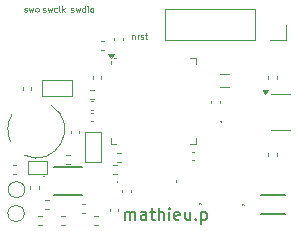
<source format=gbr>
%TF.GenerationSoftware,KiCad,Pcbnew,8.0.5*%
%TF.CreationDate,2024-11-08T04:09:33+01:00*%
%TF.ProjectId,hardware v4 pro max,68617264-7761-4726-9520-76342070726f,rev?*%
%TF.SameCoordinates,Original*%
%TF.FileFunction,Legend,Top*%
%TF.FilePolarity,Positive*%
%FSLAX46Y46*%
G04 Gerber Fmt 4.6, Leading zero omitted, Abs format (unit mm)*
G04 Created by KiCad (PCBNEW 8.0.5) date 2024-11-08 04:09:33*
%MOMM*%
%LPD*%
G01*
G04 APERTURE LIST*
%ADD10C,0.200000*%
%ADD11C,0.100000*%
%ADD12C,0.120000*%
%ADD13C,0.152400*%
%ADD14C,0.050000*%
G04 APERTURE END LIST*
D10*
X136299673Y-109487219D02*
X136299673Y-108820552D01*
X136299673Y-108915790D02*
X136347292Y-108868171D01*
X136347292Y-108868171D02*
X136442530Y-108820552D01*
X136442530Y-108820552D02*
X136585387Y-108820552D01*
X136585387Y-108820552D02*
X136680625Y-108868171D01*
X136680625Y-108868171D02*
X136728244Y-108963409D01*
X136728244Y-108963409D02*
X136728244Y-109487219D01*
X136728244Y-108963409D02*
X136775863Y-108868171D01*
X136775863Y-108868171D02*
X136871101Y-108820552D01*
X136871101Y-108820552D02*
X137013958Y-108820552D01*
X137013958Y-108820552D02*
X137109197Y-108868171D01*
X137109197Y-108868171D02*
X137156816Y-108963409D01*
X137156816Y-108963409D02*
X137156816Y-109487219D01*
X138061577Y-109487219D02*
X138061577Y-108963409D01*
X138061577Y-108963409D02*
X138013958Y-108868171D01*
X138013958Y-108868171D02*
X137918720Y-108820552D01*
X137918720Y-108820552D02*
X137728244Y-108820552D01*
X137728244Y-108820552D02*
X137633006Y-108868171D01*
X138061577Y-109439600D02*
X137966339Y-109487219D01*
X137966339Y-109487219D02*
X137728244Y-109487219D01*
X137728244Y-109487219D02*
X137633006Y-109439600D01*
X137633006Y-109439600D02*
X137585387Y-109344361D01*
X137585387Y-109344361D02*
X137585387Y-109249123D01*
X137585387Y-109249123D02*
X137633006Y-109153885D01*
X137633006Y-109153885D02*
X137728244Y-109106266D01*
X137728244Y-109106266D02*
X137966339Y-109106266D01*
X137966339Y-109106266D02*
X138061577Y-109058647D01*
X138394911Y-108820552D02*
X138775863Y-108820552D01*
X138537768Y-108487219D02*
X138537768Y-109344361D01*
X138537768Y-109344361D02*
X138585387Y-109439600D01*
X138585387Y-109439600D02*
X138680625Y-109487219D01*
X138680625Y-109487219D02*
X138775863Y-109487219D01*
X139109197Y-109487219D02*
X139109197Y-108487219D01*
X139537768Y-109487219D02*
X139537768Y-108963409D01*
X139537768Y-108963409D02*
X139490149Y-108868171D01*
X139490149Y-108868171D02*
X139394911Y-108820552D01*
X139394911Y-108820552D02*
X139252054Y-108820552D01*
X139252054Y-108820552D02*
X139156816Y-108868171D01*
X139156816Y-108868171D02*
X139109197Y-108915790D01*
X140013959Y-109487219D02*
X140013959Y-108820552D01*
X140013959Y-108487219D02*
X139966340Y-108534838D01*
X139966340Y-108534838D02*
X140013959Y-108582457D01*
X140013959Y-108582457D02*
X140061578Y-108534838D01*
X140061578Y-108534838D02*
X140013959Y-108487219D01*
X140013959Y-108487219D02*
X140013959Y-108582457D01*
X140871101Y-109439600D02*
X140775863Y-109487219D01*
X140775863Y-109487219D02*
X140585387Y-109487219D01*
X140585387Y-109487219D02*
X140490149Y-109439600D01*
X140490149Y-109439600D02*
X140442530Y-109344361D01*
X140442530Y-109344361D02*
X140442530Y-108963409D01*
X140442530Y-108963409D02*
X140490149Y-108868171D01*
X140490149Y-108868171D02*
X140585387Y-108820552D01*
X140585387Y-108820552D02*
X140775863Y-108820552D01*
X140775863Y-108820552D02*
X140871101Y-108868171D01*
X140871101Y-108868171D02*
X140918720Y-108963409D01*
X140918720Y-108963409D02*
X140918720Y-109058647D01*
X140918720Y-109058647D02*
X140442530Y-109153885D01*
X141775863Y-108820552D02*
X141775863Y-109487219D01*
X141347292Y-108820552D02*
X141347292Y-109344361D01*
X141347292Y-109344361D02*
X141394911Y-109439600D01*
X141394911Y-109439600D02*
X141490149Y-109487219D01*
X141490149Y-109487219D02*
X141633006Y-109487219D01*
X141633006Y-109487219D02*
X141728244Y-109439600D01*
X141728244Y-109439600D02*
X141775863Y-109391980D01*
X142252054Y-109391980D02*
X142299673Y-109439600D01*
X142299673Y-109439600D02*
X142252054Y-109487219D01*
X142252054Y-109487219D02*
X142204435Y-109439600D01*
X142204435Y-109439600D02*
X142252054Y-109391980D01*
X142252054Y-109391980D02*
X142252054Y-109487219D01*
X142728244Y-108820552D02*
X142728244Y-109820552D01*
X142728244Y-108868171D02*
X142823482Y-108820552D01*
X142823482Y-108820552D02*
X143013958Y-108820552D01*
X143013958Y-108820552D02*
X143109196Y-108868171D01*
X143109196Y-108868171D02*
X143156815Y-108915790D01*
X143156815Y-108915790D02*
X143204434Y-109011028D01*
X143204434Y-109011028D02*
X143204434Y-109296742D01*
X143204434Y-109296742D02*
X143156815Y-109391980D01*
X143156815Y-109391980D02*
X143109196Y-109439600D01*
X143109196Y-109439600D02*
X143013958Y-109487219D01*
X143013958Y-109487219D02*
X142823482Y-109487219D01*
X142823482Y-109487219D02*
X142728244Y-109439600D01*
D11*
X127761027Y-91839800D02*
X127808646Y-91863609D01*
X127808646Y-91863609D02*
X127903884Y-91863609D01*
X127903884Y-91863609D02*
X127951503Y-91839800D01*
X127951503Y-91839800D02*
X127975312Y-91792180D01*
X127975312Y-91792180D02*
X127975312Y-91768371D01*
X127975312Y-91768371D02*
X127951503Y-91720752D01*
X127951503Y-91720752D02*
X127903884Y-91696942D01*
X127903884Y-91696942D02*
X127832455Y-91696942D01*
X127832455Y-91696942D02*
X127784836Y-91673133D01*
X127784836Y-91673133D02*
X127761027Y-91625514D01*
X127761027Y-91625514D02*
X127761027Y-91601704D01*
X127761027Y-91601704D02*
X127784836Y-91554085D01*
X127784836Y-91554085D02*
X127832455Y-91530276D01*
X127832455Y-91530276D02*
X127903884Y-91530276D01*
X127903884Y-91530276D02*
X127951503Y-91554085D01*
X128141979Y-91530276D02*
X128237217Y-91863609D01*
X128237217Y-91863609D02*
X128332455Y-91625514D01*
X128332455Y-91625514D02*
X128427693Y-91863609D01*
X128427693Y-91863609D02*
X128522931Y-91530276D01*
X128784837Y-91863609D02*
X128737218Y-91839800D01*
X128737218Y-91839800D02*
X128713408Y-91815990D01*
X128713408Y-91815990D02*
X128689599Y-91768371D01*
X128689599Y-91768371D02*
X128689599Y-91625514D01*
X128689599Y-91625514D02*
X128713408Y-91577895D01*
X128713408Y-91577895D02*
X128737218Y-91554085D01*
X128737218Y-91554085D02*
X128784837Y-91530276D01*
X128784837Y-91530276D02*
X128856265Y-91530276D01*
X128856265Y-91530276D02*
X128903884Y-91554085D01*
X128903884Y-91554085D02*
X128927694Y-91577895D01*
X128927694Y-91577895D02*
X128951503Y-91625514D01*
X128951503Y-91625514D02*
X128951503Y-91768371D01*
X128951503Y-91768371D02*
X128927694Y-91815990D01*
X128927694Y-91815990D02*
X128903884Y-91839800D01*
X128903884Y-91839800D02*
X128856265Y-91863609D01*
X128856265Y-91863609D02*
X128784837Y-91863609D01*
X131711027Y-91869800D02*
X131758646Y-91893609D01*
X131758646Y-91893609D02*
X131853884Y-91893609D01*
X131853884Y-91893609D02*
X131901503Y-91869800D01*
X131901503Y-91869800D02*
X131925312Y-91822180D01*
X131925312Y-91822180D02*
X131925312Y-91798371D01*
X131925312Y-91798371D02*
X131901503Y-91750752D01*
X131901503Y-91750752D02*
X131853884Y-91726942D01*
X131853884Y-91726942D02*
X131782455Y-91726942D01*
X131782455Y-91726942D02*
X131734836Y-91703133D01*
X131734836Y-91703133D02*
X131711027Y-91655514D01*
X131711027Y-91655514D02*
X131711027Y-91631704D01*
X131711027Y-91631704D02*
X131734836Y-91584085D01*
X131734836Y-91584085D02*
X131782455Y-91560276D01*
X131782455Y-91560276D02*
X131853884Y-91560276D01*
X131853884Y-91560276D02*
X131901503Y-91584085D01*
X132091979Y-91560276D02*
X132187217Y-91893609D01*
X132187217Y-91893609D02*
X132282455Y-91655514D01*
X132282455Y-91655514D02*
X132377693Y-91893609D01*
X132377693Y-91893609D02*
X132472931Y-91560276D01*
X132877694Y-91893609D02*
X132877694Y-91393609D01*
X132877694Y-91869800D02*
X132830075Y-91893609D01*
X132830075Y-91893609D02*
X132734837Y-91893609D01*
X132734837Y-91893609D02*
X132687218Y-91869800D01*
X132687218Y-91869800D02*
X132663408Y-91845990D01*
X132663408Y-91845990D02*
X132639599Y-91798371D01*
X132639599Y-91798371D02*
X132639599Y-91655514D01*
X132639599Y-91655514D02*
X132663408Y-91607895D01*
X132663408Y-91607895D02*
X132687218Y-91584085D01*
X132687218Y-91584085D02*
X132734837Y-91560276D01*
X132734837Y-91560276D02*
X132830075Y-91560276D01*
X132830075Y-91560276D02*
X132877694Y-91584085D01*
X133115789Y-91893609D02*
X133115789Y-91560276D01*
X133115789Y-91393609D02*
X133091980Y-91417419D01*
X133091980Y-91417419D02*
X133115789Y-91441228D01*
X133115789Y-91441228D02*
X133139599Y-91417419D01*
X133139599Y-91417419D02*
X133115789Y-91393609D01*
X133115789Y-91393609D02*
X133115789Y-91441228D01*
X133425313Y-91893609D02*
X133377694Y-91869800D01*
X133377694Y-91869800D02*
X133353884Y-91845990D01*
X133353884Y-91845990D02*
X133330075Y-91798371D01*
X133330075Y-91798371D02*
X133330075Y-91655514D01*
X133330075Y-91655514D02*
X133353884Y-91607895D01*
X133353884Y-91607895D02*
X133377694Y-91584085D01*
X133377694Y-91584085D02*
X133425313Y-91560276D01*
X133425313Y-91560276D02*
X133496741Y-91560276D01*
X133496741Y-91560276D02*
X133544360Y-91584085D01*
X133544360Y-91584085D02*
X133568170Y-91607895D01*
X133568170Y-91607895D02*
X133591979Y-91655514D01*
X133591979Y-91655514D02*
X133591979Y-91798371D01*
X133591979Y-91798371D02*
X133568170Y-91845990D01*
X133568170Y-91845990D02*
X133544360Y-91869800D01*
X133544360Y-91869800D02*
X133496741Y-91893609D01*
X133496741Y-91893609D02*
X133425313Y-91893609D01*
X136884836Y-93840276D02*
X136884836Y-94173609D01*
X136884836Y-93887895D02*
X136908646Y-93864085D01*
X136908646Y-93864085D02*
X136956265Y-93840276D01*
X136956265Y-93840276D02*
X137027693Y-93840276D01*
X137027693Y-93840276D02*
X137075312Y-93864085D01*
X137075312Y-93864085D02*
X137099122Y-93911704D01*
X137099122Y-93911704D02*
X137099122Y-94173609D01*
X137337217Y-94173609D02*
X137337217Y-93840276D01*
X137337217Y-93935514D02*
X137361027Y-93887895D01*
X137361027Y-93887895D02*
X137384836Y-93864085D01*
X137384836Y-93864085D02*
X137432455Y-93840276D01*
X137432455Y-93840276D02*
X137480074Y-93840276D01*
X137622932Y-94149800D02*
X137670551Y-94173609D01*
X137670551Y-94173609D02*
X137765789Y-94173609D01*
X137765789Y-94173609D02*
X137813408Y-94149800D01*
X137813408Y-94149800D02*
X137837217Y-94102180D01*
X137837217Y-94102180D02*
X137837217Y-94078371D01*
X137837217Y-94078371D02*
X137813408Y-94030752D01*
X137813408Y-94030752D02*
X137765789Y-94006942D01*
X137765789Y-94006942D02*
X137694360Y-94006942D01*
X137694360Y-94006942D02*
X137646741Y-93983133D01*
X137646741Y-93983133D02*
X137622932Y-93935514D01*
X137622932Y-93935514D02*
X137622932Y-93911704D01*
X137622932Y-93911704D02*
X137646741Y-93864085D01*
X137646741Y-93864085D02*
X137694360Y-93840276D01*
X137694360Y-93840276D02*
X137765789Y-93840276D01*
X137765789Y-93840276D02*
X137813408Y-93864085D01*
X137980075Y-93840276D02*
X138170551Y-93840276D01*
X138051503Y-93673609D02*
X138051503Y-94102180D01*
X138051503Y-94102180D02*
X138075313Y-94149800D01*
X138075313Y-94149800D02*
X138122932Y-94173609D01*
X138122932Y-94173609D02*
X138170551Y-94173609D01*
X129331027Y-91859800D02*
X129378646Y-91883609D01*
X129378646Y-91883609D02*
X129473884Y-91883609D01*
X129473884Y-91883609D02*
X129521503Y-91859800D01*
X129521503Y-91859800D02*
X129545312Y-91812180D01*
X129545312Y-91812180D02*
X129545312Y-91788371D01*
X129545312Y-91788371D02*
X129521503Y-91740752D01*
X129521503Y-91740752D02*
X129473884Y-91716942D01*
X129473884Y-91716942D02*
X129402455Y-91716942D01*
X129402455Y-91716942D02*
X129354836Y-91693133D01*
X129354836Y-91693133D02*
X129331027Y-91645514D01*
X129331027Y-91645514D02*
X129331027Y-91621704D01*
X129331027Y-91621704D02*
X129354836Y-91574085D01*
X129354836Y-91574085D02*
X129402455Y-91550276D01*
X129402455Y-91550276D02*
X129473884Y-91550276D01*
X129473884Y-91550276D02*
X129521503Y-91574085D01*
X129711979Y-91550276D02*
X129807217Y-91883609D01*
X129807217Y-91883609D02*
X129902455Y-91645514D01*
X129902455Y-91645514D02*
X129997693Y-91883609D01*
X129997693Y-91883609D02*
X130092931Y-91550276D01*
X130497694Y-91859800D02*
X130450075Y-91883609D01*
X130450075Y-91883609D02*
X130354837Y-91883609D01*
X130354837Y-91883609D02*
X130307218Y-91859800D01*
X130307218Y-91859800D02*
X130283408Y-91835990D01*
X130283408Y-91835990D02*
X130259599Y-91788371D01*
X130259599Y-91788371D02*
X130259599Y-91645514D01*
X130259599Y-91645514D02*
X130283408Y-91597895D01*
X130283408Y-91597895D02*
X130307218Y-91574085D01*
X130307218Y-91574085D02*
X130354837Y-91550276D01*
X130354837Y-91550276D02*
X130450075Y-91550276D01*
X130450075Y-91550276D02*
X130497694Y-91574085D01*
X130783408Y-91883609D02*
X130735789Y-91859800D01*
X130735789Y-91859800D02*
X130711979Y-91812180D01*
X130711979Y-91812180D02*
X130711979Y-91383609D01*
X130973884Y-91883609D02*
X130973884Y-91383609D01*
X131021503Y-91693133D02*
X131164360Y-91883609D01*
X131164360Y-91550276D02*
X130973884Y-91740752D01*
D12*
%TO.C,R4*%
X133666359Y-109130000D02*
X133973641Y-109130000D01*
X133666359Y-109890000D02*
X133973641Y-109890000D01*
%TO.C,C21*%
X135380000Y-94072164D02*
X135380000Y-94287836D01*
X136100000Y-94072164D02*
X136100000Y-94287836D01*
D11*
%TO.C,ANT1*%
X146210000Y-108220000D02*
X146210000Y-108220000D01*
X146210000Y-108220000D02*
X146210000Y-108220000D01*
X146310000Y-108220000D02*
X146310000Y-108220000D01*
D10*
X147810000Y-107420000D02*
X149810000Y-107420000D01*
X147810000Y-109020000D02*
X149810000Y-109020000D01*
D11*
X146210000Y-108220000D02*
G75*
G02*
X146310000Y-108220000I50000J0D01*
G01*
X146310000Y-108220000D02*
G75*
G02*
X146210000Y-108220000I-50000J0D01*
G01*
X146310000Y-108220000D02*
G75*
G02*
X146210000Y-108220000I-50000J0D01*
G01*
%TO.C,FL1*%
X142577000Y-108130000D02*
X142577000Y-108130000D01*
X142677000Y-108130000D02*
X142677000Y-108130000D01*
X142577000Y-108130000D02*
G75*
G02*
X142677000Y-108130000I50000J0D01*
G01*
X142677000Y-108130000D02*
G75*
G02*
X142577000Y-108130000I-50000J0D01*
G01*
%TO.C,Y1*%
X144370478Y-101119623D02*
X144370478Y-101119623D01*
X144441188Y-101190334D02*
X144441188Y-101190334D01*
X144370478Y-101119623D02*
G75*
G02*
X144441189Y-101190335I35355J-35356D01*
G01*
X144441188Y-101190334D02*
G75*
G02*
X144370478Y-101119624I-35355J35355D01*
G01*
D12*
%TO.C,R17*%
X129803641Y-107850000D02*
X129496359Y-107850000D01*
X129803641Y-108610000D02*
X129496359Y-108610000D01*
%TO.C,J3*%
X139620000Y-91635000D02*
X139620000Y-94295000D01*
X147300000Y-91635000D02*
X139620000Y-91635000D01*
X147300000Y-91635000D02*
X147300000Y-94295000D01*
X147300000Y-94295000D02*
X139620000Y-94295000D01*
X149900000Y-92965000D02*
X149900000Y-94295000D01*
X149900000Y-94295000D02*
X148570000Y-94295000D01*
D13*
%TO.C,U2*%
X130273001Y-107386999D02*
X132627001Y-107386999D01*
X132627001Y-105032999D02*
X130273001Y-105032999D01*
D12*
%TO.C,C3*%
X132662164Y-108170000D02*
X132877836Y-108170000D01*
X132662164Y-108890000D02*
X132877836Y-108890000D01*
%TO.C,U1*%
X135072500Y-96295000D02*
X135072500Y-96060000D01*
X135072500Y-103040000D02*
X135072500Y-102565000D01*
X135547500Y-95820000D02*
X135372500Y-95820000D01*
X135547500Y-103040000D02*
X135072500Y-103040000D01*
X141817500Y-95820000D02*
X142292500Y-95820000D01*
X141817500Y-103040000D02*
X142292500Y-103040000D01*
X142292500Y-95820000D02*
X142292500Y-96295000D01*
X142292500Y-103040000D02*
X142292500Y-102565000D01*
X135072500Y-95820000D02*
X134832500Y-95490000D01*
X135312500Y-95490000D01*
X135072500Y-95820000D01*
G36*
X135072500Y-95820000D02*
G01*
X134832500Y-95490000D01*
X135312500Y-95490000D01*
X135072500Y-95820000D01*
G37*
D11*
%TO.C,IC1*%
X140630000Y-106147000D02*
X140630000Y-106147000D01*
X140630000Y-106247000D02*
X140630000Y-106247000D01*
X140630000Y-106147000D02*
G75*
G02*
X140630000Y-106247000I0J-50000D01*
G01*
X140630000Y-106247000D02*
G75*
G02*
X140630000Y-106147000I0J50000D01*
G01*
D12*
%TO.C,U4*%
X149457500Y-98800000D02*
X148657500Y-98800000D01*
X149457500Y-98800000D02*
X150257500Y-98800000D01*
X149457500Y-101920000D02*
X148657500Y-101920000D01*
X149457500Y-101920000D02*
X150257500Y-101920000D01*
X148157500Y-98850000D02*
X147917500Y-98520000D01*
X148397500Y-98520000D01*
X148157500Y-98850000D01*
G36*
X148157500Y-98850000D02*
G01*
X147917500Y-98520000D01*
X148397500Y-98520000D01*
X148157500Y-98850000D01*
G37*
%TO.C,R16*%
X133653641Y-98470000D02*
X133346359Y-98470000D01*
X133653641Y-99230000D02*
X133346359Y-99230000D01*
%TO.C,C9*%
X127620000Y-98252164D02*
X127620000Y-98467836D01*
X128340000Y-98252164D02*
X128340000Y-98467836D01*
D11*
%TO.C,BT1*%
X126592503Y-102893662D02*
G75*
G02*
X126700001Y-100590000I2157497J1053662D01*
G01*
X130020000Y-99800001D02*
G75*
G02*
X127687376Y-103995302I-1270000J-2039999D01*
G01*
D12*
%TO.C,C26*%
X134262164Y-94350000D02*
X134477836Y-94350000D01*
X134262164Y-95070000D02*
X134477836Y-95070000D01*
%TO.C,R12*%
X135616359Y-103860000D02*
X135923641Y-103860000D01*
X135616359Y-104620000D02*
X135923641Y-104620000D01*
%TO.C,C23*%
X142127836Y-103730000D02*
X141912164Y-103730000D01*
X142127836Y-104450000D02*
X141912164Y-104450000D01*
D11*
%TO.C,U3*%
X135585000Y-106225000D02*
X135585000Y-106285000D01*
D12*
%TO.C,L1*%
X144280378Y-97140000D02*
X145079622Y-97140000D01*
X144280378Y-98260000D02*
X145079622Y-98260000D01*
%TO.C,R6*%
X128190000Y-106596359D02*
X128190000Y-106903641D01*
X128950000Y-106596359D02*
X128950000Y-106903641D01*
%TO.C,SW4*%
D11*
X131765000Y-99005000D02*
X129245000Y-99005000D01*
X129245000Y-97645000D01*
X131765000Y-97645000D01*
X131765000Y-99005000D01*
D12*
%TO.C,TP1*%
X127750000Y-108950000D02*
G75*
G02*
X126350000Y-108950000I-700000J0D01*
G01*
X126350000Y-108950000D02*
G75*
G02*
X127750000Y-108950000I700000J0D01*
G01*
%TO.C,C17*%
X131680000Y-102167836D02*
X131680000Y-101952164D01*
X132400000Y-102167836D02*
X132400000Y-101952164D01*
%TO.C,R15*%
X148400000Y-103816359D02*
X148400000Y-104123641D01*
X149160000Y-103816359D02*
X149160000Y-104123641D01*
%TO.C,C8*%
X126822164Y-104870000D02*
X127037836Y-104870000D01*
X126822164Y-105590000D02*
X127037836Y-105590000D01*
%TO.C,R11*%
X135573641Y-104850000D02*
X135266359Y-104850000D01*
X135573641Y-105610000D02*
X135266359Y-105610000D01*
%TO.C,R3*%
X131316359Y-104000000D02*
X131623641Y-104000000D01*
X131316359Y-104760000D02*
X131623641Y-104760000D01*
%TO.C,C5*%
X136050000Y-106952164D02*
X136050000Y-107167836D01*
X136770000Y-106952164D02*
X136770000Y-107167836D01*
D11*
%TO.C,D1*%
X129490000Y-105805000D02*
G75*
G02*
X129390000Y-105805000I-50000J0D01*
G01*
X129390000Y-105805000D02*
G75*
G02*
X129490000Y-105805000I50000J0D01*
G01*
D12*
%TO.C,R14*%
X148370000Y-97593641D02*
X148370000Y-97286359D01*
X149130000Y-97593641D02*
X149130000Y-97286359D01*
%TO.C,C15*%
X133362164Y-100410000D02*
X133577836Y-100410000D01*
X133362164Y-101130000D02*
X133577836Y-101130000D01*
%TO.C,SW5*%
D11*
X132905000Y-104565000D02*
X134265000Y-104565000D01*
X134265000Y-102045000D01*
X132905000Y-102045000D01*
X132905000Y-104565000D01*
%TO.C,Q1*%
D14*
X128020000Y-105640000D02*
X129640000Y-105640000D01*
X129640000Y-104520000D01*
X128020000Y-104520000D01*
X128020000Y-105640000D01*
D12*
%TO.C,R5*%
X131193641Y-109150000D02*
X130886359Y-109150000D01*
X131193641Y-109910000D02*
X130886359Y-109910000D01*
%TO.C,TP2*%
X127790000Y-106930000D02*
G75*
G02*
X126390000Y-106930000I-700000J0D01*
G01*
X126390000Y-106930000D02*
G75*
G02*
X127790000Y-106930000I700000J0D01*
G01*
%TO.C,C4*%
X134970000Y-108562164D02*
X134970000Y-108777836D01*
X135690000Y-108562164D02*
X135690000Y-108777836D01*
%TO.C,C1*%
X143560000Y-99617836D02*
X143560000Y-99402164D01*
X144280000Y-99617836D02*
X144280000Y-99402164D01*
%TO.C,R18*%
X129233641Y-109130000D02*
X128926359Y-109130000D01*
X129233641Y-109890000D02*
X128926359Y-109890000D01*
%TO.C,C18*%
X133550000Y-97312164D02*
X133550000Y-97527836D01*
X134270000Y-97312164D02*
X134270000Y-97527836D01*
%TO.C,C16*%
X133372164Y-99460000D02*
X133587836Y-99460000D01*
X133372164Y-100180000D02*
X133587836Y-100180000D01*
%TD*%
M02*

</source>
